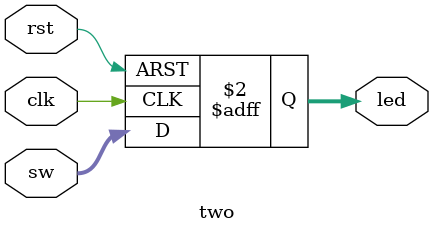
<source format=v>
`timescale 1ns / 1ps

`timescale 1ns / 1ps

module two (
    input clk, rst,
    input [7:0] sw,
    output reg [7:0] led
);
    always @ (posedge clk or posedge rst) begin
        if(rst) led <= 8'haa;
        else led <= {sw[7], sw[6], sw[5], sw[4], 
                sw[3], sw[2], sw[1],sw[0]};
    end
endmodule

</source>
